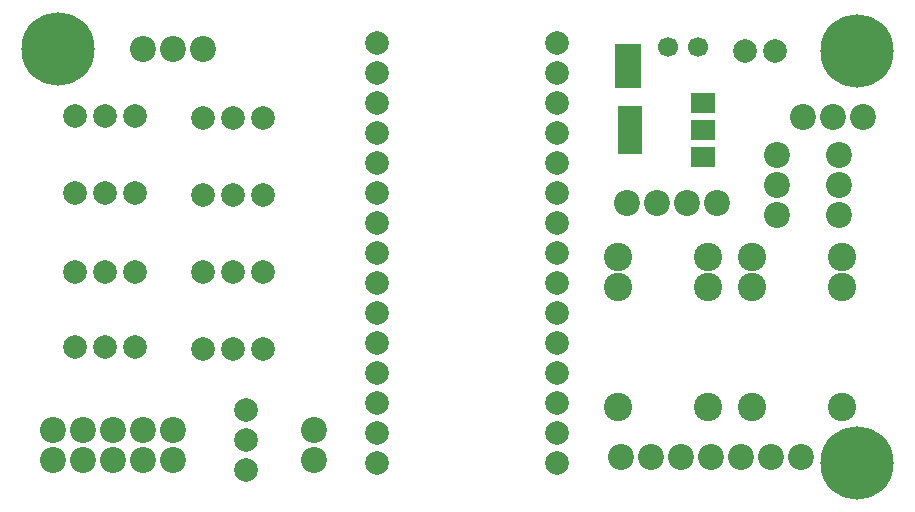
<source format=gbr>
%FSLAX34Y34*%
%MOMM*%
%LNSOLDERMASK_TOP*%
G71*
G01*
%ADD10C, 2.000*%
%ADD11R, 2.000X1.800*%
%ADD12R, 2.000X4.100*%
%ADD13C, 6.200*%
%ADD14C, 2.000*%
%ADD15C, 2.200*%
%ADD16R, 2.200X1.900*%
%ADD17C, 1.700*%
%ADD18C, 2.400*%
%LPD*%
X461962Y-390400D02*
G54D10*
D03*
X461962Y-365000D02*
G54D10*
D03*
X461962Y-339600D02*
G54D10*
D03*
X461962Y-314200D02*
G54D10*
D03*
X461962Y-288800D02*
G54D10*
D03*
X461962Y-263400D02*
G54D10*
D03*
X461962Y-238000D02*
G54D10*
D03*
X461962Y-212600D02*
G54D10*
D03*
X461962Y-187200D02*
G54D10*
D03*
X461962Y-161800D02*
G54D10*
D03*
X461962Y-136400D02*
G54D10*
D03*
X461962Y-111000D02*
G54D10*
D03*
X461962Y-85600D02*
G54D10*
D03*
X461962Y-60200D02*
G54D10*
D03*
X461962Y-34800D02*
G54D10*
D03*
X309562Y-390400D02*
G54D10*
D03*
X309562Y-390400D02*
G54D10*
D03*
X309562Y-365000D02*
G54D10*
D03*
X309562Y-339600D02*
G54D10*
D03*
X309562Y-314200D02*
G54D10*
D03*
X309562Y-288800D02*
G54D10*
D03*
X309562Y-263400D02*
G54D10*
D03*
X309562Y-238000D02*
G54D10*
D03*
X309562Y-212600D02*
G54D10*
D03*
X309562Y-187200D02*
G54D10*
D03*
X309562Y-161800D02*
G54D10*
D03*
X309562Y-136400D02*
G54D10*
D03*
X309562Y-111000D02*
G54D10*
D03*
X309562Y-85600D02*
G54D10*
D03*
X309562Y-60200D02*
G54D10*
D03*
X309562Y-34800D02*
G54D10*
D03*
X585584Y-131152D02*
G54D11*
D03*
X585584Y-108152D02*
G54D11*
D03*
X585584Y-85152D02*
G54D11*
D03*
X523584Y-108152D02*
G54D12*
D03*
X715962Y-41150D02*
G54D13*
D03*
X715962Y-390400D02*
G54D13*
D03*
X39688Y-39562D02*
G54D13*
D03*
X620759Y-41282D02*
G54D14*
D03*
X646159Y-41282D02*
G54D14*
D03*
X162273Y-39693D02*
G54D15*
D03*
X136873Y-39693D02*
G54D15*
D03*
X111473Y-39693D02*
G54D15*
D03*
X522288Y-44450D02*
G54D16*
D03*
X522288Y-63450D02*
G54D16*
D03*
X555625Y-38100D02*
G54D17*
D03*
X581025Y-38100D02*
G54D17*
D03*
X700543Y-180043D02*
G54D15*
D03*
X700542Y-154643D02*
G54D15*
D03*
X700542Y-129243D02*
G54D15*
D03*
X255944Y-387691D02*
G54D15*
D03*
X255944Y-362291D02*
G54D15*
D03*
X596984Y-170476D02*
G54D15*
D03*
X571584Y-170476D02*
G54D15*
D03*
X546184Y-170476D02*
G54D15*
D03*
X520784Y-170476D02*
G54D15*
D03*
X104775Y-96838D02*
G54D14*
D03*
X79375Y-96838D02*
G54D14*
D03*
X53975Y-96838D02*
G54D14*
D03*
X136525Y-361950D02*
G54D15*
D03*
X136525Y-387350D02*
G54D15*
D03*
X111125Y-361950D02*
G54D15*
D03*
X111125Y-387350D02*
G54D15*
D03*
X85725Y-361950D02*
G54D15*
D03*
X85725Y-387350D02*
G54D15*
D03*
X60325Y-361950D02*
G54D15*
D03*
X60325Y-387350D02*
G54D15*
D03*
X34925Y-361950D02*
G54D15*
D03*
X34925Y-387350D02*
G54D15*
D03*
X212725Y-98426D02*
G54D14*
D03*
X187325Y-98426D02*
G54D14*
D03*
X161925Y-98426D02*
G54D14*
D03*
X104775Y-161926D02*
G54D14*
D03*
X79375Y-161926D02*
G54D14*
D03*
X53975Y-161926D02*
G54D14*
D03*
X212725Y-163513D02*
G54D14*
D03*
X187325Y-163513D02*
G54D14*
D03*
X161925Y-163513D02*
G54D14*
D03*
X104775Y-228601D02*
G54D14*
D03*
X79375Y-228601D02*
G54D14*
D03*
X53975Y-228601D02*
G54D14*
D03*
X212725Y-228601D02*
G54D14*
D03*
X187325Y-228601D02*
G54D14*
D03*
X161925Y-228601D02*
G54D14*
D03*
X104775Y-292101D02*
G54D14*
D03*
X79375Y-292101D02*
G54D14*
D03*
X53975Y-292101D02*
G54D14*
D03*
X212725Y-293688D02*
G54D14*
D03*
X187325Y-293688D02*
G54D14*
D03*
X161925Y-293688D02*
G54D14*
D03*
X589999Y-216130D02*
G54D18*
D03*
X589999Y-241530D02*
G54D18*
D03*
X589999Y-343130D02*
G54D18*
D03*
X513799Y-216130D02*
G54D18*
D03*
X513799Y-241530D02*
G54D18*
D03*
X513799Y-343130D02*
G54D18*
D03*
X592222Y-384789D02*
G54D15*
D03*
X566822Y-384789D02*
G54D15*
D03*
X541422Y-384789D02*
G54D15*
D03*
X516022Y-384788D02*
G54D15*
D03*
X668422Y-384789D02*
G54D15*
D03*
X643022Y-384789D02*
G54D15*
D03*
X617622Y-384789D02*
G54D15*
D03*
X702711Y-216130D02*
G54D18*
D03*
X702711Y-241530D02*
G54D18*
D03*
X702711Y-343130D02*
G54D18*
D03*
X626511Y-216130D02*
G54D18*
D03*
X626511Y-241530D02*
G54D18*
D03*
X626511Y-343130D02*
G54D18*
D03*
X648155Y-129243D02*
G54D15*
D03*
X648155Y-154642D02*
G54D15*
D03*
X648155Y-180042D02*
G54D15*
D03*
X720548Y-97343D02*
G54D15*
D03*
X695148Y-97343D02*
G54D15*
D03*
X669748Y-97343D02*
G54D15*
D03*
X198502Y-345166D02*
G54D14*
D03*
X198502Y-370566D02*
G54D14*
D03*
X198502Y-395966D02*
G54D14*
D03*
M02*

</source>
